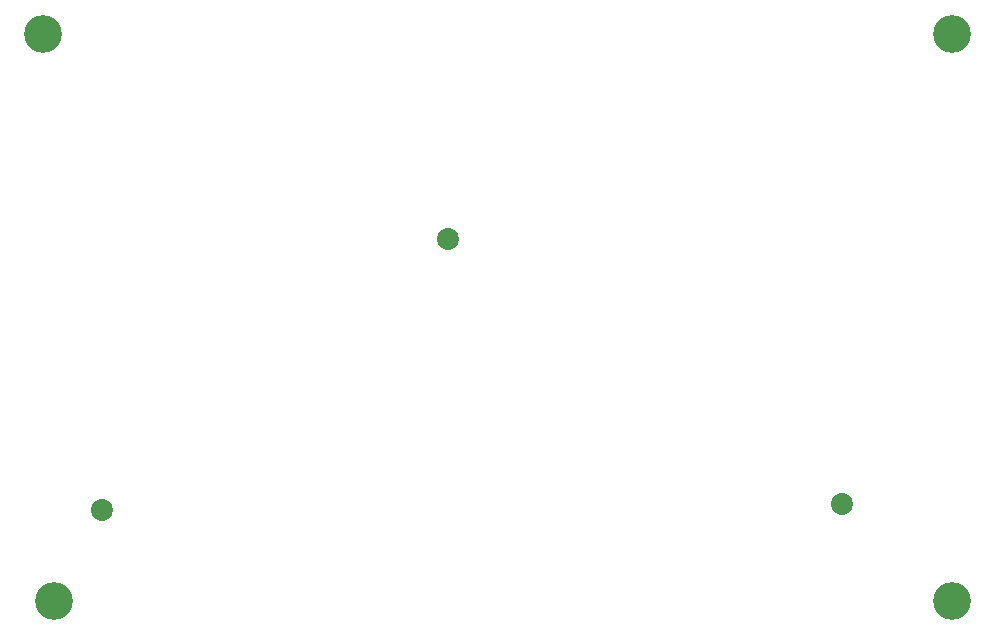
<source format=gbr>
%TF.GenerationSoftware,KiCad,Pcbnew,9.0.0*%
%TF.CreationDate,2025-04-12T14:03:43-05:00*%
%TF.ProjectId,Charging_PCB,43686172-6769-46e6-975f-5043422e6b69,rev?*%
%TF.SameCoordinates,Original*%
%TF.FileFunction,NonPlated,1,2,NPTH,Drill*%
%TF.FilePolarity,Positive*%
%FSLAX46Y46*%
G04 Gerber Fmt 4.6, Leading zero omitted, Abs format (unit mm)*
G04 Created by KiCad (PCBNEW 9.0.0) date 2025-04-12 14:03:43*
%MOMM*%
%LPD*%
G01*
G04 APERTURE LIST*
%TA.AperFunction,ComponentDrill*%
%ADD10C,1.860000*%
%TD*%
%TA.AperFunction,ComponentDrill*%
%ADD11C,3.200000*%
%TD*%
G04 APERTURE END LIST*
D10*
%TO.C,U114*%
X117000000Y-119800000D03*
%TO.C,U113*%
X146365000Y-96837500D03*
%TO.C,U112*%
X179677500Y-119300000D03*
D11*
%TO.C,H102*%
X112000000Y-79500000D03*
%TO.C,H104*%
X113000000Y-127500000D03*
%TO.C,H101*%
X189000000Y-79500000D03*
%TO.C,H103*%
X189000000Y-127500000D03*
M02*

</source>
